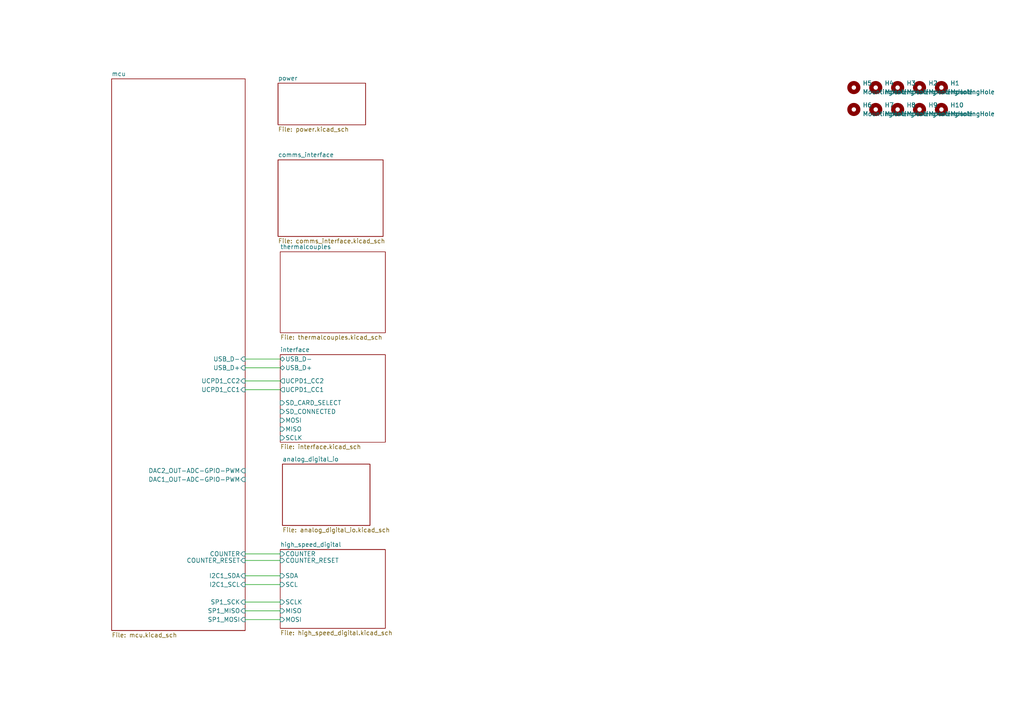
<source format=kicad_sch>
(kicad_sch (version 20231120) (generator "eeschema") (generator_version "8.0")
  (paper "A4")
  (lib_symbols
    (symbol "Mechanical:MountingHole" (pin_names (offset 1.016))
      (property "Reference" "H" (at 0 5.08 0))
      (property "Value" "MountingHole" (at 0 3.175 0))
      (symbol "MountingHole_0_1"
        (circle (center 0 0) (radius 1.27) (stroke (width 1.27)))
      )
    )
  )
  (wire (pts (xy 71.12 174.625) (xy 81.28 174.625)))
  (wire (pts (xy 71.12 177.165) (xy 81.28 177.165)))
  (wire (pts (xy 71.12 113.03) (xy 81.28 113.03)))
  (wire (pts (xy 71.12 106.68) (xy 81.28 106.68)))
  (wire (pts (xy 71.12 162.56) (xy 81.28 162.56)))
  (wire (pts (xy 71.12 169.545) (xy 81.28 169.545)))
  (wire (pts (xy 71.12 160.655) (xy 81.28 160.655)))
  (wire (pts (xy 71.12 179.705) (xy 81.28 179.705)))
  (wire (pts (xy 71.12 167.005) (xy 81.28 167.005)))
  (wire (pts (xy 71.12 110.49) (xy 81.28 110.49)))
  (wire (pts (xy 71.12 104.14) (xy 81.28 104.14)))
  (symbol (lib_id "Mechanical:MountingHole") (at 273.05 31.75 0) (unit 1)
    (property "Reference" "H10" (at 275.59 30.4799 0) (effects (justify left)))
    (property "Value" "MountingHole" (at 275.59 33.0199 0) (effects (justify left)))
    (property "Footprint" "MountingHole:MountingHole_3.2mm_M3" (effects (hide yes)))
    (property "Description" "Mounting Hole without connection" (effects (hide yes)))
  )
  (symbol (lib_id "Mechanical:MountingHole") (at 260.35 31.75 0) (unit 1)
    (property "Reference" "H8" (at 262.89 30.4799 0) (effects (justify left)))
    (property "Value" "MountingHole" (at 262.89 33.0199 0) (effects (justify left)))
    (property "Footprint" "MountingHole:MountingHole_3.2mm_M3" (effects (hide yes)))
    (property "Description" "Mounting Hole without connection" (effects (hide yes)))
  )
  (symbol (lib_id "Mechanical:MountingHole") (at 254 31.75 0) (unit 1)
    (property "Reference" "H7" (at 256.54 30.4799 0) (effects (justify left)))
    (property "Value" "MountingHole" (at 256.54 33.0199 0) (effects (justify left)))
    (property "Footprint" "MountingHole:MountingHole_3.2mm_M3" (effects (hide yes)))
    (property "Description" "Mounting Hole without connection" (effects (hide yes)))
  )
  (symbol (lib_id "Mechanical:MountingHole") (at 260.35 25.4 0) (unit 1)
    (property "Reference" "H3" (at 262.89 24.1299 0) (effects (justify left)))
    (property "Value" "MountingHole" (at 262.89 26.6699 0) (effects (justify left)))
    (property "Footprint" "MountingHole:MountingHole_3.2mm_M3" (effects (hide yes)))
    (property "Description" "Mounting Hole without connection" (effects (hide yes)))
  )
  (symbol (lib_id "Mechanical:MountingHole") (at 266.7 25.4 0) (unit 1)
    (property "Reference" "H2" (at 269.24 24.1299 0) (effects (justify left)))
    (property "Value" "MountingHole" (at 269.24 26.6699 0) (effects (justify left)))
    (property "Footprint" "MountingHole:MountingHole_3.2mm_M3" (effects (hide yes)))
    (property "Description" "Mounting Hole without connection" (effects (hide yes)))
  )
  (symbol (lib_id "Mechanical:MountingHole") (at 273.05 25.4 0) (unit 1)
    (property "Reference" "H1" (at 275.59 24.1299 0) (effects (justify left)))
    (property "Value" "MountingHole" (at 275.59 26.6699 0) (effects (justify left)))
    (property "Footprint" "MountingHole:MountingHole_3.2mm_M3" (effects (hide yes)))
    (property "Description" "Mounting Hole without connection" (effects (hide yes)))
  )
  (symbol (lib_id "Mechanical:MountingHole") (at 266.7 31.75 0) (unit 1)
    (property "Reference" "H9" (at 269.24 30.4799 0) (effects (justify left)))
    (property "Value" "MountingHole" (at 269.24 33.0199 0) (effects (justify left)))
    (property "Footprint" "MountingHole:MountingHole_3.2mm_M3" (effects (hide yes)))
    (property "Description" "Mounting Hole without connection" (effects (hide yes)))
  )
  (symbol (lib_id "Mechanical:MountingHole") (at 254 25.4 0) (unit 1)
    (property "Reference" "H4" (at 256.54 24.1299 0) (effects (justify left)))
    (property "Value" "MountingHole" (at 256.54 26.6699 0) (effects (justify left)))
    (property "Footprint" "MountingHole:MountingHole_3.2mm_M3" (effects (hide yes)))
    (property "Description" "Mounting Hole without connection" (effects (hide yes)))
  )
  (symbol (lib_id "Mechanical:MountingHole") (at 247.65 25.4 0) (unit 1)
    (property "Reference" "H5" (at 250.19 24.1299 0) (effects (justify left)))
    (property "Value" "MountingHole" (at 250.19 26.6699 0) (effects (justify left)))
    (property "Footprint" "MountingHole:MountingHole_3.2mm_M3" (effects (hide yes)))
    (property "Description" "Mounting Hole without connection" (effects (hide yes)))
  )
  (symbol (lib_id "Mechanical:MountingHole") (at 247.65 31.75 0) (unit 1)
    (property "Reference" "H6" (at 250.19 30.4799 0) (effects (justify left)))
    (property "Value" "MountingHole" (at 250.19 33.0199 0) (effects (justify left)))
    (property "Footprint" "MountingHole:MountingHole_3.2mm_M3" (effects (hide yes)))
    (property "Description" "Mounting Hole without connection" (effects (hide yes)))
  )
  (sheet (at 80.645 46.355) (size 30.48 22.225) (stroke (width 0.1524))
    (property "Sheetname" "comms_interface" (at 80.645 45.6434 0) (effects (justify left bottom)))
    (property "Sheetfile" "comms_interface.kicad_sch" (at 80.645 69.1646 0) (effects (justify left top)))
  )
  (sheet (at 80.645 24.13) (size 25.4 12.065) (stroke (width 0.1524))
    (property "Sheetname" "power" (at 80.645 23.4184 0) (effects (justify left bottom)))
    (property "Sheetfile" "power.kicad_sch" (at 80.645 36.7796 0) (effects (justify left top)))
  )
  (sheet (at 81.28 73.025) (size 30.48 23.495) (stroke (width 0.1524))
    (property "Sheetname" "thermalcouples" (at 81.28 72.3134 0) (effects (justify left bottom)))
    (property "Sheetfile" "thermalcouples.kicad_sch" (at 81.28 97.1046 0) (effects (justify left top)))
  )
  (sheet (at 81.915 134.62) (size 25.4 17.78) (stroke (width 0.1524))
    (property "Sheetname" "analog_digital_io" (at 81.915 133.9084 0) (effects (justify left bottom)))
    (property "Sheetfile" "analog_digital_io.kicad_sch" (at 81.915 152.9846 0) (effects (justify left top)))
  )
  (sheet (at 32.385 22.86) (size 38.735 160.02) (stroke (width 0.1524))
    (property "Sheetname" "mcu" (at 32.385 22.1484 0) (effects (justify left bottom)))
    (property "Sheetfile" "mcu.kicad_sch" (at 32.385 183.4646 0) (effects (justify left top)))
    (pin "USB_D+" input (at 71.12 106.68 0))
    (pin "USB_D-" input (at 71.12 104.14 0))
    (pin "UCPD1_CC1" input (at 71.12 113.03 0))
    (pin "UCPD1_CC2" input (at 71.12 110.49 0))
    (pin "DAC2_OUT-ADC-GPIO-PWM" input (at 71.12 136.525 0))
    (pin "COUNTER_RESET" input (at 71.12 162.56 0))
    (pin "DAC1_OUT-ADC-GPIO-PWM" input (at 71.12 139.065 0))
    (pin "SP1_SCK" input (at 71.12 174.625 0))
    (pin "I2C1_SCL" input (at 71.12 169.545 0))
    (pin "I2C1_SDA" input (at 71.12 167.005 0))
    (pin "COUNTER" input (at 71.12 160.655 0))
    (pin "SP1_MISO" input (at 71.12 177.165 0))
    (pin "SP1_MOSI" input (at 71.12 179.705 0))
  )
  (sheet (at 81.28 102.87) (size 30.48 25.4) (stroke (width 0.1524))
    (property "Sheetname" "interface" (at 81.28 102.1584 0) (effects (justify left bottom)))
    (property "Sheetfile" "interface.kicad_sch" (at 81.28 128.8546 0) (effects (justify left top)))
    (pin "USB_D-" bidirectional (at 81.28 104.14 180))
    (pin "USB_D+" bidirectional (at 81.28 106.68 180))
    (pin "UCPD1_CC2" output (at 81.28 110.49 180))
    (pin "UCPD1_CC1" output (at 81.28 113.03 180))
    (pin "SD_CARD_SELECT" input (at 81.28 116.84 180))
    (pin "SD_CONNECTED" input (at 81.28 119.38 180))
    (pin "MOSI" input (at 81.28 121.92 180))
    (pin "MISO" input (at 81.28 124.46 180))
    (pin "SCLK" input (at 81.28 127 180))
  )
  (sheet (at 81.28 159.385) (size 30.48 22.86) (stroke (width 0.1524))
    (property "Sheetname" "high_speed_digital" (at 81.28 158.6734 0) (effects (justify left bottom)))
    (property "Sheetfile" "high_speed_digital.kicad_sch" (at 81.28 182.8296 0) (effects (justify left top)))
    (pin "COUNTER" input (at 81.28 160.655 180))
    (pin "COUNTER_RESET" input (at 81.28 162.56 180))
    (pin "SCLK" input (at 81.28 174.625 180))
    (pin "SDA" input (at 81.28 167.005 180))
    (pin "MOSI" input (at 81.28 179.705 180))
    (pin "SCL" input (at 81.28 169.545 180))
    (pin "MISO" input (at 81.28 177.165 180))
  )
)
</source>
